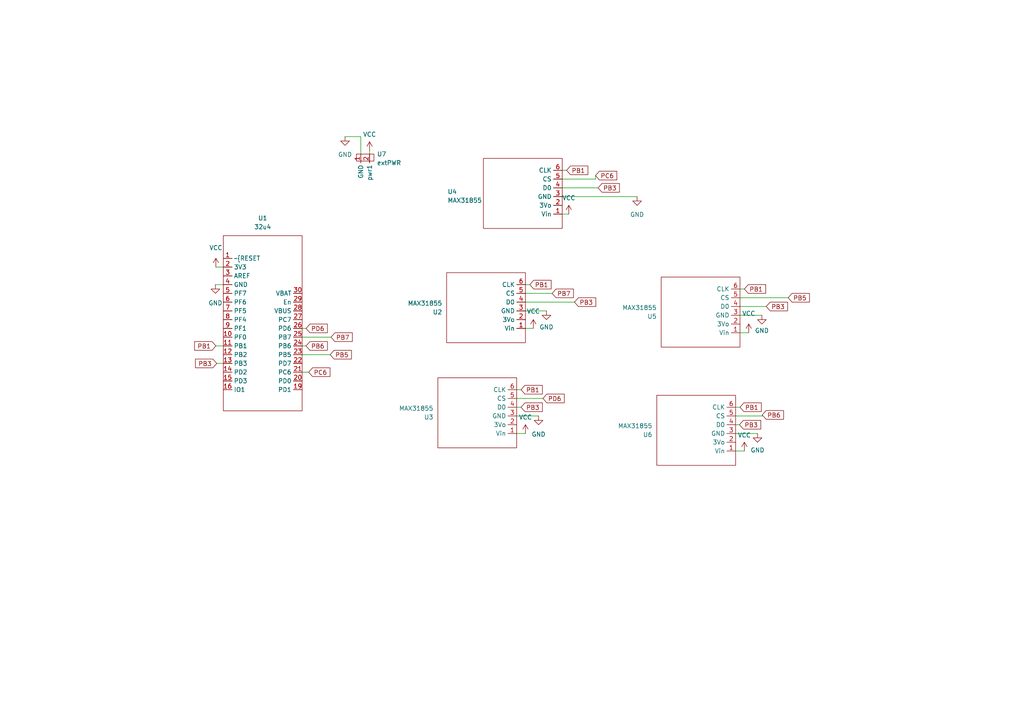
<source format=kicad_sch>
(kicad_sch (version 20211123) (generator eeschema)

  (uuid b7370ed9-81eb-4534-ab95-930f29a40c93)

  (paper "A4")

  (lib_symbols
    (symbol "New_Library_0:32u4" (in_bom yes) (on_board yes)
      (property "Reference" "U" (id 0) (at -10.16 26.67 0)
        (effects (font (size 1.27 1.27)))
      )
      (property "Value" "32u4" (id 1) (at 8.89 -27.305 0)
        (effects (font (size 1.27 1.27)))
      )
      (property "Footprint" "" (id 2) (at -9.525 20.32 0)
        (effects (font (size 1.27 1.27)) hide)
      )
      (property "Datasheet" "" (id 3) (at -9.525 20.32 0)
        (effects (font (size 1.27 1.27)) hide)
      )
      (symbol "32u4_0_1"
        (rectangle (start -11.43 25.4) (end 11.43 -25.4)
          (stroke (width 0) (type default) (color 0 0 0 0))
          (fill (type none))
        )
      )
      (symbol "32u4_1_1"
        (pin input line (at -11.43 18.825 0) (length 2.54)
          (name "~{RESET" (effects (font (size 1.27 1.27))))
          (number "1" (effects (font (size 1.27 1.27))))
        )
        (pin input line (at -11.43 -4.035 0) (length 2.54)
          (name "PF0" (effects (font (size 1.27 1.27))))
          (number "10" (effects (font (size 1.27 1.27))))
        )
        (pin input line (at -11.43 -6.575 0) (length 2.54)
          (name "PB1" (effects (font (size 1.27 1.27))))
          (number "11" (effects (font (size 1.27 1.27))))
        )
        (pin input line (at -11.43 -9.115 0) (length 2.54)
          (name "PB2" (effects (font (size 1.27 1.27))))
          (number "12" (effects (font (size 1.27 1.27))))
        )
        (pin input line (at -11.43 -11.655 0) (length 2.54)
          (name "PB3" (effects (font (size 1.27 1.27))))
          (number "13" (effects (font (size 1.27 1.27))))
        )
        (pin input line (at -11.43 -14.195 0) (length 2.54)
          (name "PD2" (effects (font (size 1.27 1.27))))
          (number "14" (effects (font (size 1.27 1.27))))
        )
        (pin input line (at -11.43 -16.735 0) (length 2.54)
          (name "PD3" (effects (font (size 1.27 1.27))))
          (number "15" (effects (font (size 1.27 1.27))))
        )
        (pin input line (at -11.43 -19.275 0) (length 2.54)
          (name "IO1" (effects (font (size 1.27 1.27))))
          (number "16" (effects (font (size 1.27 1.27))))
        )
        (pin input line (at 11.43 -19.275 180) (length 2.54)
          (name "PD1" (effects (font (size 1.27 1.27))))
          (number "19" (effects (font (size 1.27 1.27))))
        )
        (pin input line (at -11.43 16.285 0) (length 2.54)
          (name "3V3" (effects (font (size 1.27 1.27))))
          (number "2" (effects (font (size 1.27 1.27))))
        )
        (pin input line (at 11.43 -16.735 180) (length 2.54)
          (name "PD0" (effects (font (size 1.27 1.27))))
          (number "20" (effects (font (size 1.27 1.27))))
        )
        (pin input line (at 11.43 -14.195 180) (length 2.54)
          (name "PC6" (effects (font (size 1.27 1.27))))
          (number "21" (effects (font (size 1.27 1.27))))
        )
        (pin input line (at 11.43 -11.655 180) (length 2.54)
          (name "PD7" (effects (font (size 1.27 1.27))))
          (number "22" (effects (font (size 1.27 1.27))))
        )
        (pin input line (at 11.43 -9.115 180) (length 2.54)
          (name "PB5" (effects (font (size 1.27 1.27))))
          (number "23" (effects (font (size 1.27 1.27))))
        )
        (pin input line (at 11.43 -6.575 180) (length 2.54)
          (name "PB6" (effects (font (size 1.27 1.27))))
          (number "24" (effects (font (size 1.27 1.27))))
        )
        (pin input line (at 11.43 -4.035 180) (length 2.54)
          (name "PB7" (effects (font (size 1.27 1.27))))
          (number "25" (effects (font (size 1.27 1.27))))
        )
        (pin input line (at 11.43 -1.495 180) (length 2.54)
          (name "PD6" (effects (font (size 1.27 1.27))))
          (number "26" (effects (font (size 1.27 1.27))))
        )
        (pin input line (at 11.43 1.045 180) (length 2.54)
          (name "PC7" (effects (font (size 1.27 1.27))))
          (number "27" (effects (font (size 1.27 1.27))))
        )
        (pin input line (at 11.43 3.585 180) (length 2.54)
          (name "VBUS" (effects (font (size 1.27 1.27))))
          (number "28" (effects (font (size 1.27 1.27))))
        )
        (pin input line (at 11.43 6.125 180) (length 2.54)
          (name "En" (effects (font (size 1.27 1.27))))
          (number "29" (effects (font (size 1.27 1.27))))
        )
        (pin input line (at -11.43 13.745 0) (length 2.54)
          (name "AREF" (effects (font (size 1.27 1.27))))
          (number "3" (effects (font (size 1.27 1.27))))
        )
        (pin input line (at 11.43 8.665 180) (length 2.54)
          (name "VBAT" (effects (font (size 1.27 1.27))))
          (number "30" (effects (font (size 1.27 1.27))))
        )
        (pin input line (at -11.43 11.205 0) (length 2.54)
          (name "GND" (effects (font (size 1.27 1.27))))
          (number "4" (effects (font (size 1.27 1.27))))
        )
        (pin input line (at -11.43 8.665 0) (length 2.54)
          (name "PF7" (effects (font (size 1.27 1.27))))
          (number "5" (effects (font (size 1.27 1.27))))
        )
        (pin input line (at -11.43 6.125 0) (length 2.54)
          (name "PF6" (effects (font (size 1.27 1.27))))
          (number "6" (effects (font (size 1.27 1.27))))
        )
        (pin input line (at -11.43 3.585 0) (length 2.54)
          (name "PF5" (effects (font (size 1.27 1.27))))
          (number "7" (effects (font (size 1.27 1.27))))
        )
        (pin input line (at -11.43 1.045 0) (length 2.54)
          (name "PF4" (effects (font (size 1.27 1.27))))
          (number "8" (effects (font (size 1.27 1.27))))
        )
        (pin input line (at -11.43 -1.495 0) (length 2.54)
          (name "PF1" (effects (font (size 1.27 1.27))))
          (number "9" (effects (font (size 1.27 1.27))))
        )
      )
    )
    (symbol "New_Library_0:MAX31855" (in_bom yes) (on_board yes)
      (property "Reference" "U" (id 0) (at -9.525 12.7 0)
        (effects (font (size 1.27 1.27)))
      )
      (property "Value" "MAX31855" (id 1) (at 5.08 12.7 0)
        (effects (font (size 1.27 1.27)))
      )
      (property "Footprint" "" (id 2) (at 0 0 0)
        (effects (font (size 1.27 1.27)) hide)
      )
      (property "Datasheet" "" (id 3) (at 0 0 0)
        (effects (font (size 1.27 1.27)) hide)
      )
      (symbol "MAX31855_0_1"
        (rectangle (start -10.16 11.43) (end 10.16 -11.43)
          (stroke (width 0) (type default) (color 0 0 0 0))
          (fill (type none))
        )
      )
      (symbol "MAX31855_1_1"
        (pin input line (at -6 -11.43 90) (length 2.54)
          (name "Vin" (effects (font (size 1.27 1.27))))
          (number "1" (effects (font (size 1.27 1.27))))
        )
        (pin input line (at -3.46 -11.43 90) (length 2.54)
          (name "3Vo" (effects (font (size 1.27 1.27))))
          (number "2" (effects (font (size 1.27 1.27))))
        )
        (pin input line (at -0.92 -11.43 90) (length 2.54)
          (name "GND" (effects (font (size 1.27 1.27))))
          (number "3" (effects (font (size 1.27 1.27))))
        )
        (pin input line (at 1.62 -11.43 90) (length 2.54)
          (name "D0" (effects (font (size 1.27 1.27))))
          (number "4" (effects (font (size 1.27 1.27))))
        )
        (pin input line (at 4.16 -11.43 90) (length 2.54)
          (name "CS" (effects (font (size 1.27 1.27))))
          (number "5" (effects (font (size 1.27 1.27))))
        )
        (pin input line (at 6.7 -11.43 90) (length 2.54)
          (name "CLK" (effects (font (size 1.27 1.27))))
          (number "6" (effects (font (size 1.27 1.27))))
        )
      )
    )
    (symbol "New_Library_0:extPWR" (in_bom yes) (on_board yes)
      (property "Reference" "U" (id 0) (at 5.08 -3.556 0)
        (effects (font (size 1.27 1.27)))
      )
      (property "Value" "extPWR" (id 1) (at -7.366 1.524 0)
        (effects (font (size 1.27 1.27)))
      )
      (property "Footprint" "" (id 2) (at 5.08 -3.556 0)
        (effects (font (size 1.27 1.27)) hide)
      )
      (property "Datasheet" "" (id 3) (at 5.08 -3.556 0)
        (effects (font (size 1.27 1.27)) hide)
      )
      (symbol "extPWR_0_1"
        (rectangle (start -2.54 1.016) (end 2.54 -1.016)
          (stroke (width 0) (type default) (color 0 0 0 0))
          (fill (type none))
        )
      )
      (symbol "extPWR_1_1"
        (pin input line (at 1.27 -1 90) (length 2.54)
          (name "GND" (effects (font (size 1.27 1.27))))
          (number "1" (effects (font (size 1.27 1.27))))
        )
        (pin input line (at -1.27 -1 90) (length 2.54)
          (name "pwr1" (effects (font (size 1.27 1.27))))
          (number "2" (effects (font (size 1.27 1.27))))
        )
      )
    )
    (symbol "power:GND" (power) (pin_names (offset 0)) (in_bom yes) (on_board yes)
      (property "Reference" "#PWR" (id 0) (at 0 -6.35 0)
        (effects (font (size 1.27 1.27)) hide)
      )
      (property "Value" "GND" (id 1) (at 0 -3.81 0)
        (effects (font (size 1.27 1.27)))
      )
      (property "Footprint" "" (id 2) (at 0 0 0)
        (effects (font (size 1.27 1.27)) hide)
      )
      (property "Datasheet" "" (id 3) (at 0 0 0)
        (effects (font (size 1.27 1.27)) hide)
      )
      (property "ki_keywords" "power-flag" (id 4) (at 0 0 0)
        (effects (font (size 1.27 1.27)) hide)
      )
      (property "ki_description" "Power symbol creates a global label with name \"GND\" , ground" (id 5) (at 0 0 0)
        (effects (font (size 1.27 1.27)) hide)
      )
      (symbol "GND_0_1"
        (polyline
          (pts
            (xy 0 0)
            (xy 0 -1.27)
            (xy 1.27 -1.27)
            (xy 0 -2.54)
            (xy -1.27 -1.27)
            (xy 0 -1.27)
          )
          (stroke (width 0) (type default) (color 0 0 0 0))
          (fill (type none))
        )
      )
      (symbol "GND_1_1"
        (pin power_in line (at 0 0 270) (length 0) hide
          (name "GND" (effects (font (size 1.27 1.27))))
          (number "1" (effects (font (size 1.27 1.27))))
        )
      )
    )
    (symbol "power:VCC" (power) (pin_names (offset 0)) (in_bom yes) (on_board yes)
      (property "Reference" "#PWR" (id 0) (at 0 -3.81 0)
        (effects (font (size 1.27 1.27)) hide)
      )
      (property "Value" "VCC" (id 1) (at 0 3.81 0)
        (effects (font (size 1.27 1.27)))
      )
      (property "Footprint" "" (id 2) (at 0 0 0)
        (effects (font (size 1.27 1.27)) hide)
      )
      (property "Datasheet" "" (id 3) (at 0 0 0)
        (effects (font (size 1.27 1.27)) hide)
      )
      (property "ki_keywords" "power-flag" (id 4) (at 0 0 0)
        (effects (font (size 1.27 1.27)) hide)
      )
      (property "ki_description" "Power symbol creates a global label with name \"VCC\"" (id 5) (at 0 0 0)
        (effects (font (size 1.27 1.27)) hide)
      )
      (symbol "VCC_0_1"
        (polyline
          (pts
            (xy -0.762 1.27)
            (xy 0 2.54)
          )
          (stroke (width 0) (type default) (color 0 0 0 0))
          (fill (type none))
        )
        (polyline
          (pts
            (xy 0 0)
            (xy 0 2.54)
          )
          (stroke (width 0) (type default) (color 0 0 0 0))
          (fill (type none))
        )
        (polyline
          (pts
            (xy 0 2.54)
            (xy 0.762 1.27)
          )
          (stroke (width 0) (type default) (color 0 0 0 0))
          (fill (type none))
        )
      )
      (symbol "VCC_1_1"
        (pin power_in line (at 0 0 90) (length 0) hide
          (name "VCC" (effects (font (size 1.27 1.27))))
          (number "1" (effects (font (size 1.27 1.27))))
        )
      )
    )
  )


  (wire (pts (xy 62.611 77.47) (xy 64.77 77.47))
    (stroke (width 0) (type default) (color 0 0 0 0))
    (uuid 00bfd04f-06bf-4872-8f1e-59856ae908d1)
  )
  (wire (pts (xy 152.4 90.17) (xy 158.496 90.17))
    (stroke (width 0) (type default) (color 0 0 0 0))
    (uuid 099f31e7-d70e-49d8-b6b1-16ab9ea8b627)
  )
  (wire (pts (xy 214.63 86.36) (xy 228.6 86.36))
    (stroke (width 0) (type default) (color 0 0 0 0))
    (uuid 0a895c26-6037-49c3-84e5-e65397cc9c9e)
  )
  (wire (pts (xy 214.63 88.9) (xy 222.25 88.9))
    (stroke (width 0) (type default) (color 0 0 0 0))
    (uuid 1cf8868b-8bc4-4573-9010-5f0eed641a85)
  )
  (wire (pts (xy 213.36 118.11) (xy 214.63 118.11))
    (stroke (width 0) (type default) (color 0 0 0 0))
    (uuid 23232d90-6eb6-49a9-8c5e-69bfae7385a5)
  )
  (wire (pts (xy 149.86 120.65) (xy 156.21 120.65))
    (stroke (width 0) (type default) (color 0 0 0 0))
    (uuid 333fc1fa-f449-4fbc-8681-ae1e1f9ba9e8)
  )
  (wire (pts (xy 163.068 62.103) (xy 164.973 62.103))
    (stroke (width 0) (type default) (color 0 0 0 0))
    (uuid 358bdcf8-7a0b-4824-902f-44af1c52cc37)
  )
  (wire (pts (xy 104.648 44.704) (xy 104.648 39.624))
    (stroke (width 0) (type default) (color 0 0 0 0))
    (uuid 38fcef5f-9c70-473c-a520-f2171e201a2b)
  )
  (wire (pts (xy 214.63 96.52) (xy 217.17 96.52))
    (stroke (width 0) (type default) (color 0 0 0 0))
    (uuid 3fb0fd3b-ebc8-478e-986c-ba6c0d92a419)
  )
  (wire (pts (xy 213.36 130.81) (xy 215.9 130.81))
    (stroke (width 0) (type default) (color 0 0 0 0))
    (uuid 420b65f4-051a-4c52-8e22-f8fe72bad243)
  )
  (wire (pts (xy 62.484 82.55) (xy 64.77 82.55))
    (stroke (width 0) (type default) (color 0 0 0 0))
    (uuid 47f4f7c9-f425-4090-ad02-7aceb880622f)
  )
  (wire (pts (xy 172.72 51.943) (xy 172.72 50.927))
    (stroke (width 0) (type default) (color 0 0 0 0))
    (uuid 55daa589-9a9e-412a-80c2-ca9e2f794e2e)
  )
  (wire (pts (xy 163.068 54.483) (xy 173.482 54.483))
    (stroke (width 0) (type default) (color 0 0 0 0))
    (uuid 61da6c6d-883d-4ce0-ba43-24c021989426)
  )
  (wire (pts (xy 152.4 87.63) (xy 166.624 87.63))
    (stroke (width 0) (type default) (color 0 0 0 0))
    (uuid 6443b78d-bac5-4972-a18c-2c0a5543a57c)
  )
  (wire (pts (xy 149.86 113.03) (xy 151.13 113.03))
    (stroke (width 0) (type default) (color 0 0 0 0))
    (uuid 649a87ea-a410-4328-815e-c0e11183e194)
  )
  (wire (pts (xy 62.865 105.41) (xy 64.77 105.41))
    (stroke (width 0) (type default) (color 0 0 0 0))
    (uuid 65dc3695-b366-4d8f-a42e-f6546ce0ac30)
  )
  (wire (pts (xy 152.4 95.25) (xy 154.686 95.25))
    (stroke (width 0) (type default) (color 0 0 0 0))
    (uuid 6cf91bdd-9061-47c0-866e-f77d72700f9a)
  )
  (wire (pts (xy 152.4 85.09) (xy 160.147 85.09))
    (stroke (width 0) (type default) (color 0 0 0 0))
    (uuid 78bf0ce3-8e45-4016-92b0-bce43a4413be)
  )
  (wire (pts (xy 149.86 118.11) (xy 151.13 118.11))
    (stroke (width 0) (type default) (color 0 0 0 0))
    (uuid 79ff86b9-7ad9-4d2f-8962-f5908f9629c6)
  )
  (wire (pts (xy 87.63 102.87) (xy 95.758 102.87))
    (stroke (width 0) (type default) (color 0 0 0 0))
    (uuid 7b40a957-1001-481e-a656-ee105031b2fb)
  )
  (wire (pts (xy 213.36 125.73) (xy 219.71 125.73))
    (stroke (width 0) (type default) (color 0 0 0 0))
    (uuid 83a4bec7-b533-4274-a85e-d9912a945a28)
  )
  (wire (pts (xy 164.338 49.403) (xy 163.068 49.403))
    (stroke (width 0) (type default) (color 0 0 0 0))
    (uuid 934fad4f-9171-4fe4-b4d4-139f977ee81c)
  )
  (wire (pts (xy 107.188 43.688) (xy 107.188 44.704))
    (stroke (width 0) (type default) (color 0 0 0 0))
    (uuid 96ed6fdf-8519-41fd-b924-a0b1c6123caf)
  )
  (wire (pts (xy 213.36 123.19) (xy 214.4776 123.19))
    (stroke (width 0) (type default) (color 0 0 0 0))
    (uuid 981f795e-72f2-4e26-a94b-b7a12a0e03bc)
  )
  (wire (pts (xy 214.63 91.44) (xy 220.98 91.44))
    (stroke (width 0) (type default) (color 0 0 0 0))
    (uuid 9b7d3eca-5d66-4267-adcf-0e95f102ce11)
  )
  (wire (pts (xy 62.611 100.33) (xy 64.77 100.33))
    (stroke (width 0) (type default) (color 0 0 0 0))
    (uuid 9ca474e3-ff0b-4b11-b8ae-712e1173b8c2)
  )
  (wire (pts (xy 214.63 83.82) (xy 215.9 83.82))
    (stroke (width 0) (type default) (color 0 0 0 0))
    (uuid a6610140-ddc6-4f0e-ac51-880aebe5354d)
  )
  (wire (pts (xy 87.63 95.25) (xy 88.773 95.25))
    (stroke (width 0) (type default) (color 0 0 0 0))
    (uuid ac443f9c-51d7-4ebf-829f-509489e31af3)
  )
  (wire (pts (xy 149.86 125.73) (xy 152.4 125.73))
    (stroke (width 0) (type default) (color 0 0 0 0))
    (uuid b1ef1124-1dae-49bf-942b-e181629c58b8)
  )
  (wire (pts (xy 149.86 115.57) (xy 157.48 115.57))
    (stroke (width 0) (type default) (color 0 0 0 0))
    (uuid bf139db6-e3ee-4f12-88af-6e78d84f47ec)
  )
  (wire (pts (xy 163.068 57.023) (xy 184.785 57.023))
    (stroke (width 0) (type default) (color 0 0 0 0))
    (uuid c2d0ddd3-afb3-4a17-84f8-6acbeee007c2)
  )
  (wire (pts (xy 87.63 100.33) (xy 88.773 100.33))
    (stroke (width 0) (type default) (color 0 0 0 0))
    (uuid cf585731-c763-4f56-92cb-3224f6adbdb3)
  )
  (wire (pts (xy 104.648 39.624) (xy 100.076 39.624))
    (stroke (width 0) (type default) (color 0 0 0 0))
    (uuid d36a7a0e-cbd6-4a05-ad68-aa963240f931)
  )
  (wire (pts (xy 221.0816 120.65) (xy 221.0816 120.3452))
    (stroke (width 0) (type default) (color 0 0 0 0))
    (uuid d624950a-b94a-4825-b9e9-a8c837a427aa)
  )
  (wire (pts (xy 152.4 82.55) (xy 153.67 82.55))
    (stroke (width 0) (type default) (color 0 0 0 0))
    (uuid deed0757-550c-4e84-a013-0a5147c079dc)
  )
  (wire (pts (xy 213.36 120.65) (xy 221.0816 120.65))
    (stroke (width 0) (type default) (color 0 0 0 0))
    (uuid e2d81289-aef2-4f7b-9bf9-50a7bcd52db2)
  )
  (wire (pts (xy 87.63 107.95) (xy 89.535 107.95))
    (stroke (width 0) (type default) (color 0 0 0 0))
    (uuid f01f4c75-f068-4620-a9d4-b81a4efc9346)
  )
  (wire (pts (xy 163.068 51.943) (xy 172.72 51.943))
    (stroke (width 0) (type default) (color 0 0 0 0))
    (uuid f17159ee-da82-43c1-8bf3-3514f42bd356)
  )
  (wire (pts (xy 87.63 97.79) (xy 96.012 97.79))
    (stroke (width 0) (type default) (color 0 0 0 0))
    (uuid ff7b05c2-86ec-4b42-b773-12db38b6bf0b)
  )

  (global_label "PB1" (shape input) (at 151.13 113.03 0) (fields_autoplaced)
    (effects (font (size 1.27 1.27)) (justify left))
    (uuid 2452df6c-ad06-4819-a266-6f2f64a2cad7)
    (property "Intersheet References" "${INTERSHEET_REFS}" (id 0) (at 157.2926 113.1094 0)
      (effects (font (size 1.27 1.27)) (justify left) hide)
    )
  )
  (global_label "PB7" (shape input) (at 160.147 85.09 0) (fields_autoplaced)
    (effects (font (size 1.27 1.27)) (justify left))
    (uuid 293b7e3c-51e1-4c46-bc7c-d5eac7a84402)
    (property "Intersheet References" "${INTERSHEET_REFS}" (id 0) (at 166.3096 85.0106 0)
      (effects (font (size 1.27 1.27)) (justify left) hide)
    )
  )
  (global_label "PB1" (shape input) (at 215.9 83.82 0) (fields_autoplaced)
    (effects (font (size 1.27 1.27)) (justify left))
    (uuid 36b65f30-7653-4d4c-af25-97ec1029dfb3)
    (property "Intersheet References" "${INTERSHEET_REFS}" (id 0) (at 222.0626 83.8994 0)
      (effects (font (size 1.27 1.27)) (justify left) hide)
    )
  )
  (global_label "PB1" (shape input) (at 62.611 100.33 180) (fields_autoplaced)
    (effects (font (size 1.27 1.27)) (justify right))
    (uuid 52331ae2-a649-4b8d-a5d5-7bd1d508ce8c)
    (property "Intersheet References" "${INTERSHEET_REFS}" (id 0) (at 56.4484 100.2506 0)
      (effects (font (size 1.27 1.27)) (justify right) hide)
    )
  )
  (global_label "PB3" (shape input) (at 62.865 105.41 180) (fields_autoplaced)
    (effects (font (size 1.27 1.27)) (justify right))
    (uuid 69d2aa2f-35a7-4535-a18b-d623223ba653)
    (property "Intersheet References" "${INTERSHEET_REFS}" (id 0) (at 56.7024 105.3306 0)
      (effects (font (size 1.27 1.27)) (justify right) hide)
    )
  )
  (global_label "PB5" (shape input) (at 95.758 102.87 0) (fields_autoplaced)
    (effects (font (size 1.27 1.27)) (justify left))
    (uuid 6fc5bbcc-a3c7-4aca-a82f-10075f6e8c56)
    (property "Intersheet References" "${INTERSHEET_REFS}" (id 0) (at 101.9206 102.7906 0)
      (effects (font (size 1.27 1.27)) (justify left) hide)
    )
  )
  (global_label "PC6" (shape input) (at 89.535 107.95 0) (fields_autoplaced)
    (effects (font (size 1.27 1.27)) (justify left))
    (uuid 7b985459-ccaa-4dd0-94b6-dbef696681bf)
    (property "Intersheet References" "${INTERSHEET_REFS}" (id 0) (at 95.6976 107.8706 0)
      (effects (font (size 1.27 1.27)) (justify left) hide)
    )
  )
  (global_label "PB1" (shape input) (at 153.67 82.55 0) (fields_autoplaced)
    (effects (font (size 1.27 1.27)) (justify left))
    (uuid 7c3bc5aa-ce7c-4425-adc4-1f21082f1e64)
    (property "Intersheet References" "${INTERSHEET_REFS}" (id 0) (at 159.8326 82.6294 0)
      (effects (font (size 1.27 1.27)) (justify left) hide)
    )
  )
  (global_label "PB1" (shape input) (at 164.338 49.403 0) (fields_autoplaced)
    (effects (font (size 1.27 1.27)) (justify left))
    (uuid 813ceb3f-a59a-4fc6-8c3f-6fc0bbebd5e3)
    (property "Intersheet References" "${INTERSHEET_REFS}" (id 0) (at 170.5006 49.4824 0)
      (effects (font (size 1.27 1.27)) (justify left) hide)
    )
  )
  (global_label "PB6" (shape input) (at 88.773 100.33 0) (fields_autoplaced)
    (effects (font (size 1.27 1.27)) (justify left))
    (uuid 83ee47eb-d137-4726-9cb0-b4c68fc3f4e5)
    (property "Intersheet References" "${INTERSHEET_REFS}" (id 0) (at 94.9356 100.2506 0)
      (effects (font (size 1.27 1.27)) (justify left) hide)
    )
  )
  (global_label "PB5" (shape input) (at 228.6 86.36 0) (fields_autoplaced)
    (effects (font (size 1.27 1.27)) (justify left))
    (uuid 8980c9d5-db22-4e0a-8010-6585ad074ca3)
    (property "Intersheet References" "${INTERSHEET_REFS}" (id 0) (at 234.7626 86.2806 0)
      (effects (font (size 1.27 1.27)) (justify left) hide)
    )
  )
  (global_label "PB7" (shape input) (at 96.012 97.79 0) (fields_autoplaced)
    (effects (font (size 1.27 1.27)) (justify left))
    (uuid 8fbe25db-a45f-4717-879e-ba0835f49c9f)
    (property "Intersheet References" "${INTERSHEET_REFS}" (id 0) (at 102.1746 97.7106 0)
      (effects (font (size 1.27 1.27)) (justify left) hide)
    )
  )
  (global_label "PD6" (shape input) (at 88.773 95.25 0) (fields_autoplaced)
    (effects (font (size 1.27 1.27)) (justify left))
    (uuid 99969c58-d7c8-42be-8d7f-3d33657ed5df)
    (property "Intersheet References" "${INTERSHEET_REFS}" (id 0) (at 94.9356 95.1706 0)
      (effects (font (size 1.27 1.27)) (justify left) hide)
    )
  )
  (global_label "PB1" (shape input) (at 214.63 118.11 0) (fields_autoplaced)
    (effects (font (size 1.27 1.27)) (justify left))
    (uuid a6ae6e72-14a9-434e-83bd-10ed4d360de1)
    (property "Intersheet References" "${INTERSHEET_REFS}" (id 0) (at 220.7926 118.1894 0)
      (effects (font (size 1.27 1.27)) (justify left) hide)
    )
  )
  (global_label "PB3" (shape input) (at 173.482 54.483 0) (fields_autoplaced)
    (effects (font (size 1.27 1.27)) (justify left))
    (uuid ac88ee8e-f6a8-4bb4-a942-d948a640339d)
    (property "Intersheet References" "${INTERSHEET_REFS}" (id 0) (at 179.6446 54.5624 0)
      (effects (font (size 1.27 1.27)) (justify left) hide)
    )
  )
  (global_label "PD6" (shape input) (at 157.48 115.57 0) (fields_autoplaced)
    (effects (font (size 1.27 1.27)) (justify left))
    (uuid bbd94442-0d26-4f68-be2d-8c739154d4e0)
    (property "Intersheet References" "${INTERSHEET_REFS}" (id 0) (at 163.6426 115.4906 0)
      (effects (font (size 1.27 1.27)) (justify left) hide)
    )
  )
  (global_label "PB6" (shape input) (at 221.0816 120.3452 0) (fields_autoplaced)
    (effects (font (size 1.27 1.27)) (justify left))
    (uuid c8c336e3-7910-436d-a9f9-8c7982bc00c9)
    (property "Intersheet References" "${INTERSHEET_REFS}" (id 0) (at 227.2442 120.2658 0)
      (effects (font (size 1.27 1.27)) (justify left) hide)
    )
  )
  (global_label "PB3" (shape input) (at 151.13 118.11 0) (fields_autoplaced)
    (effects (font (size 1.27 1.27)) (justify left))
    (uuid cee4897d-273c-4ad9-baa0-d4f92728af48)
    (property "Intersheet References" "${INTERSHEET_REFS}" (id 0) (at 157.2926 118.1894 0)
      (effects (font (size 1.27 1.27)) (justify left) hide)
    )
  )
  (global_label "PB3" (shape input) (at 222.25 88.9 0) (fields_autoplaced)
    (effects (font (size 1.27 1.27)) (justify left))
    (uuid d96b717f-bd54-4183-9505-65f93975ce66)
    (property "Intersheet References" "${INTERSHEET_REFS}" (id 0) (at 228.4126 88.9794 0)
      (effects (font (size 1.27 1.27)) (justify left) hide)
    )
  )
  (global_label "PB3" (shape input) (at 214.4776 123.19 0) (fields_autoplaced)
    (effects (font (size 1.27 1.27)) (justify left))
    (uuid ef223a41-09d7-490c-8c85-5ad9f539e543)
    (property "Intersheet References" "${INTERSHEET_REFS}" (id 0) (at 220.6402 123.2694 0)
      (effects (font (size 1.27 1.27)) (justify left) hide)
    )
  )
  (global_label "PC6" (shape input) (at 172.72 50.927 0) (fields_autoplaced)
    (effects (font (size 1.27 1.27)) (justify left))
    (uuid f1c18374-181a-421c-ae4a-d6d190d15d7c)
    (property "Intersheet References" "${INTERSHEET_REFS}" (id 0) (at 178.8826 50.8476 0)
      (effects (font (size 1.27 1.27)) (justify left) hide)
    )
  )
  (global_label "PB3" (shape input) (at 166.624 87.63 0) (fields_autoplaced)
    (effects (font (size 1.27 1.27)) (justify left))
    (uuid faba91b6-e5ff-401f-98a2-4cb44523191c)
    (property "Intersheet References" "${INTERSHEET_REFS}" (id 0) (at 172.7866 87.7094 0)
      (effects (font (size 1.27 1.27)) (justify left) hide)
    )
  )

  (symbol (lib_id "power:VCC") (at 152.4 125.73 0) (unit 1)
    (in_bom yes) (on_board yes) (fields_autoplaced)
    (uuid 1dabe15b-9579-4c53-8648-151670444f2f)
    (property "Reference" "#PWR06" (id 0) (at 152.4 129.54 0)
      (effects (font (size 1.27 1.27)) hide)
    )
    (property "Value" "VCC" (id 1) (at 152.4 121.031 0))
    (property "Footprint" "" (id 2) (at 152.4 125.73 0)
      (effects (font (size 1.27 1.27)) hide)
    )
    (property "Datasheet" "" (id 3) (at 152.4 125.73 0)
      (effects (font (size 1.27 1.27)) hide)
    )
    (pin "1" (uuid a82fe7dd-5d8a-4fb2-b0a1-82f29d9e1e7e))
  )

  (symbol (lib_id "power:GND") (at 156.21 120.65 0) (unit 1)
    (in_bom yes) (on_board yes) (fields_autoplaced)
    (uuid 2147ed10-10d3-4476-ac4b-0f117afbd209)
    (property "Reference" "#PWR03" (id 0) (at 156.21 127 0)
      (effects (font (size 1.27 1.27)) hide)
    )
    (property "Value" "GND" (id 1) (at 156.21 125.984 0))
    (property "Footprint" "" (id 2) (at 156.21 120.65 0)
      (effects (font (size 1.27 1.27)) hide)
    )
    (property "Datasheet" "" (id 3) (at 156.21 120.65 0)
      (effects (font (size 1.27 1.27)) hide)
    )
    (pin "1" (uuid f5a83c90-a4ca-4c24-befa-5d98f0f52797))
  )

  (symbol (lib_id "New_Library_0:MAX31855") (at 201.93 124.81 90) (unit 1)
    (in_bom yes) (on_board yes) (fields_autoplaced)
    (uuid 2b3832e7-f3c9-4def-9b3b-56273011c2af)
    (property "Reference" "U6" (id 0) (at 189.23 126.0801 90)
      (effects (font (size 1.27 1.27)) (justify left))
    )
    (property "Value" "MAX31855" (id 1) (at 189.23 123.5401 90)
      (effects (font (size 1.27 1.27)) (justify left))
    )
    (property "Footprint" "thermo:MAX31855" (id 2) (at 201.93 124.81 0)
      (effects (font (size 1.27 1.27)) hide)
    )
    (property "Datasheet" "" (id 3) (at 201.93 124.81 0)
      (effects (font (size 1.27 1.27)) hide)
    )
    (pin "1" (uuid a97ef159-d779-4a47-90e9-4ab79d7cafe9))
    (pin "2" (uuid aaffaa45-0391-4705-9093-25e7fb202712))
    (pin "3" (uuid 511012ed-3c3c-407d-bc69-40e48bd552b6))
    (pin "4" (uuid 5acc5f35-c40f-457b-847e-efe95f37743c))
    (pin "5" (uuid 42d51dad-b549-45af-b30f-b95e7dfea040))
    (pin "6" (uuid b4a9c304-aba1-475b-8232-86167f56f866))
  )

  (symbol (lib_id "power:VCC") (at 217.17 96.52 0) (unit 1)
    (in_bom yes) (on_board yes) (fields_autoplaced)
    (uuid 3a650da1-78d5-497e-bb17-0ce57ad9d220)
    (property "Reference" "#PWR011" (id 0) (at 217.17 100.33 0)
      (effects (font (size 1.27 1.27)) hide)
    )
    (property "Value" "VCC" (id 1) (at 217.17 90.932 0))
    (property "Footprint" "" (id 2) (at 217.17 96.52 0)
      (effects (font (size 1.27 1.27)) hide)
    )
    (property "Datasheet" "" (id 3) (at 217.17 96.52 0)
      (effects (font (size 1.27 1.27)) hide)
    )
    (pin "1" (uuid 5f36d812-56ca-423f-a8e6-ba03ff7d2f7d))
  )

  (symbol (lib_id "New_Library_0:MAX31855") (at 151.638 56.103 90) (unit 1)
    (in_bom yes) (on_board yes)
    (uuid 406573b1-358a-4df0-b875-dac93ce55ecb)
    (property "Reference" "U4" (id 0) (at 129.794 55.595 90)
      (effects (font (size 1.27 1.27)) (justify right))
    )
    (property "Value" "MAX31855" (id 1) (at 129.794 58.135 90)
      (effects (font (size 1.27 1.27)) (justify right))
    )
    (property "Footprint" "thermo:MAX31855" (id 2) (at 151.638 56.103 0)
      (effects (font (size 1.27 1.27)) hide)
    )
    (property "Datasheet" "" (id 3) (at 151.638 56.103 0)
      (effects (font (size 1.27 1.27)) hide)
    )
    (pin "1" (uuid 8f4c44b3-5ab7-4972-993d-e64523a18e26))
    (pin "2" (uuid b9a133a0-bd86-421e-a55e-9929d03b10e1))
    (pin "3" (uuid a6a3923e-40c7-4582-808e-dc01d117b246))
    (pin "4" (uuid ff7a869c-e589-49f0-9166-273ab293a8bd))
    (pin "5" (uuid 04b9c469-cbef-4777-9c7a-ba5f69ac1132))
    (pin "6" (uuid 9b751d36-6264-4f57-8966-ae212021a513))
  )

  (symbol (lib_id "power:GND") (at 100.076 39.624 0) (unit 1)
    (in_bom yes) (on_board yes) (fields_autoplaced)
    (uuid 4801cc66-a7a7-4160-9fc4-1929af3d6453)
    (property "Reference" "#PWR013" (id 0) (at 100.076 45.974 0)
      (effects (font (size 1.27 1.27)) hide)
    )
    (property "Value" "GND" (id 1) (at 100.076 44.831 0))
    (property "Footprint" "" (id 2) (at 100.076 39.624 0)
      (effects (font (size 1.27 1.27)) hide)
    )
    (property "Datasheet" "" (id 3) (at 100.076 39.624 0)
      (effects (font (size 1.27 1.27)) hide)
    )
    (pin "1" (uuid a78bd315-c085-46b2-b4bc-b1f8e53e5a0f))
  )

  (symbol (lib_id "power:GND") (at 220.98 91.44 0) (unit 1)
    (in_bom yes) (on_board yes) (fields_autoplaced)
    (uuid 4d754052-8919-4af7-abc7-1944db3b4c9d)
    (property "Reference" "#PWR010" (id 0) (at 220.98 97.79 0)
      (effects (font (size 1.27 1.27)) hide)
    )
    (property "Value" "GND" (id 1) (at 220.98 95.885 0))
    (property "Footprint" "" (id 2) (at 220.98 91.44 0)
      (effects (font (size 1.27 1.27)) hide)
    )
    (property "Datasheet" "" (id 3) (at 220.98 91.44 0)
      (effects (font (size 1.27 1.27)) hide)
    )
    (pin "1" (uuid fe10c99a-9c56-4111-8450-4fe288599c36))
  )

  (symbol (lib_id "New_Library_0:MAX31855") (at 203.2 90.52 90) (unit 1)
    (in_bom yes) (on_board yes) (fields_autoplaced)
    (uuid 5bef4a1e-fd79-4c30-b9ec-caff6e8fd6f4)
    (property "Reference" "U5" (id 0) (at 190.5 91.7901 90)
      (effects (font (size 1.27 1.27)) (justify left))
    )
    (property "Value" "MAX31855" (id 1) (at 190.5 89.2501 90)
      (effects (font (size 1.27 1.27)) (justify left))
    )
    (property "Footprint" "thermo:MAX31855" (id 2) (at 203.2 90.52 0)
      (effects (font (size 1.27 1.27)) hide)
    )
    (property "Datasheet" "" (id 3) (at 203.2 90.52 0)
      (effects (font (size 1.27 1.27)) hide)
    )
    (pin "1" (uuid e1cfcff3-4deb-41c8-8738-db1b2ed5e96e))
    (pin "2" (uuid def3e67b-6b64-49ab-ab24-05644e005f39))
    (pin "3" (uuid 0bf6a20e-f677-41f8-9134-fd0cad13c48a))
    (pin "4" (uuid 940d7d0a-46d6-4312-9f30-252ebeb87632))
    (pin "5" (uuid 0076d025-f39d-4c18-a213-57148e29f121))
    (pin "6" (uuid b3860bdf-7734-4051-90e4-f23b2c641bae))
  )

  (symbol (lib_id "power:VCC") (at 164.973 62.103 0) (unit 1)
    (in_bom yes) (on_board yes) (fields_autoplaced)
    (uuid 6869e8dd-c8f2-42c4-8652-0408795f0e2a)
    (property "Reference" "#PWR08" (id 0) (at 164.973 65.913 0)
      (effects (font (size 1.27 1.27)) hide)
    )
    (property "Value" "VCC" (id 1) (at 164.973 57.404 0))
    (property "Footprint" "" (id 2) (at 164.973 62.103 0)
      (effects (font (size 1.27 1.27)) hide)
    )
    (property "Datasheet" "" (id 3) (at 164.973 62.103 0)
      (effects (font (size 1.27 1.27)) hide)
    )
    (pin "1" (uuid ad8fb680-02ae-4ea0-8ddc-238084274ee0))
  )

  (symbol (lib_id "New_Library_0:MAX31855") (at 140.97 89.25 90) (unit 1)
    (in_bom yes) (on_board yes) (fields_autoplaced)
    (uuid 751e46fc-2f37-4ecb-adee-5c9a52b998d0)
    (property "Reference" "U2" (id 0) (at 128.27 90.5201 90)
      (effects (font (size 1.27 1.27)) (justify left))
    )
    (property "Value" "MAX31855" (id 1) (at 128.27 87.9801 90)
      (effects (font (size 1.27 1.27)) (justify left))
    )
    (property "Footprint" "thermo:MAX31855" (id 2) (at 140.97 89.25 0)
      (effects (font (size 1.27 1.27)) hide)
    )
    (property "Datasheet" "" (id 3) (at 140.97 89.25 0)
      (effects (font (size 1.27 1.27)) hide)
    )
    (pin "1" (uuid c019a7ce-205d-4e9e-a8b7-4407a2fdb723))
    (pin "2" (uuid 97942e33-a412-4705-8792-9793bb21c8f4))
    (pin "3" (uuid d3055eef-7d79-4554-bdf0-5abde05e82b3))
    (pin "4" (uuid 68a01009-fa9c-48d9-8653-8270e0b412b6))
    (pin "5" (uuid e3e97834-f250-448b-9682-467c2a20fbba))
    (pin "6" (uuid 0a441dbf-cb97-466e-b48a-aad4bffb15be))
  )

  (symbol (lib_id "power:VCC") (at 62.611 77.47 0) (unit 1)
    (in_bom yes) (on_board yes) (fields_autoplaced)
    (uuid 8f732631-8003-4b88-b27f-18fe7fc95f1e)
    (property "Reference" "#PWR02" (id 0) (at 62.611 81.28 0)
      (effects (font (size 1.27 1.27)) hide)
    )
    (property "Value" "VCC" (id 1) (at 62.611 71.882 0))
    (property "Footprint" "" (id 2) (at 62.611 77.47 0)
      (effects (font (size 1.27 1.27)) hide)
    )
    (property "Datasheet" "" (id 3) (at 62.611 77.47 0)
      (effects (font (size 1.27 1.27)) hide)
    )
    (pin "1" (uuid 85ef3c4f-43bc-4c2e-9324-e4dc9952b10e))
  )

  (symbol (lib_id "power:GND") (at 184.785 57.023 0) (unit 1)
    (in_bom yes) (on_board yes) (fields_autoplaced)
    (uuid 8fee6ae5-6a13-4319-a6c7-4ff8fadc2414)
    (property "Reference" "#PWR07" (id 0) (at 184.785 63.373 0)
      (effects (font (size 1.27 1.27)) hide)
    )
    (property "Value" "GND" (id 1) (at 184.785 62.23 0))
    (property "Footprint" "" (id 2) (at 184.785 57.023 0)
      (effects (font (size 1.27 1.27)) hide)
    )
    (property "Datasheet" "" (id 3) (at 184.785 57.023 0)
      (effects (font (size 1.27 1.27)) hide)
    )
    (pin "1" (uuid 8ce91693-267c-4526-ab51-0457f057085a))
  )

  (symbol (lib_id "power:GND") (at 219.71 125.73 0) (unit 1)
    (in_bom yes) (on_board yes) (fields_autoplaced)
    (uuid 954cb567-fc2b-4b8d-918a-46eb7b1f43e2)
    (property "Reference" "#PWR09" (id 0) (at 219.71 132.08 0)
      (effects (font (size 1.27 1.27)) hide)
    )
    (property "Value" "GND" (id 1) (at 219.71 130.556 0))
    (property "Footprint" "" (id 2) (at 219.71 125.73 0)
      (effects (font (size 1.27 1.27)) hide)
    )
    (property "Datasheet" "" (id 3) (at 219.71 125.73 0)
      (effects (font (size 1.27 1.27)) hide)
    )
    (pin "1" (uuid 8c872ef3-cd1d-4b0d-96d3-51a74e92ff52))
  )

  (symbol (lib_id "New_Library_0:32u4") (at 76.2 93.755 0) (unit 1)
    (in_bom yes) (on_board yes) (fields_autoplaced)
    (uuid 9a816d7d-60b9-4863-bb5d-f1381936fc95)
    (property "Reference" "U1" (id 0) (at 76.2 63.275 0))
    (property "Value" "32u4" (id 1) (at 76.2 65.815 0))
    (property "Footprint" "thermo:32u4" (id 2) (at 66.675 73.435 0)
      (effects (font (size 1.27 1.27)) hide)
    )
    (property "Datasheet" "" (id 3) (at 66.675 73.435 0)
      (effects (font (size 1.27 1.27)) hide)
    )
    (pin "1" (uuid 0f3d3379-a71c-4ab1-9e8c-869861148e93))
    (pin "10" (uuid 45db94cc-b715-4c3f-a6f0-ace215a0e70c))
    (pin "11" (uuid f30b743e-a489-4502-aeaa-bd03f3941b2e))
    (pin "12" (uuid 32c62d21-2e54-499d-b02c-c72fe18b7547))
    (pin "13" (uuid 8d739aed-5fe8-4593-be02-36a30850fc52))
    (pin "14" (uuid a8100f7f-4051-465b-8ad0-12a0f280cf7a))
    (pin "15" (uuid f862a7a5-5de9-4f0f-b740-7a84c92de3c1))
    (pin "16" (uuid 84d09438-40cf-467d-8232-78951e895960))
    (pin "19" (uuid 95da243f-4e3e-43bd-b1d9-cecc1b4cd981))
    (pin "2" (uuid eec57b4c-e983-49e3-9d95-8c3d3bddf001))
    (pin "20" (uuid 8b3e04eb-eee8-41cb-8a7e-a89b41b3a953))
    (pin "21" (uuid cdd31dbc-ecf9-44aa-9d34-32cf30985035))
    (pin "22" (uuid 739bc551-142a-49ac-8b2c-898d9613fb01))
    (pin "23" (uuid 1ba322e1-13c2-49cd-8cbe-522dd8795bee))
    (pin "24" (uuid a6550ebe-2bc0-4e8f-964a-5a95e38d63f4))
    (pin "25" (uuid c2266eb6-d0f9-4b51-81a3-9084f4062de3))
    (pin "26" (uuid 83849fa0-d9d4-42f4-b646-60a3e84e83ca))
    (pin "27" (uuid c5b9d294-7871-414d-828e-9ad651048b03))
    (pin "28" (uuid 36927784-817f-48c0-b01b-375f4d3174b9))
    (pin "29" (uuid f51383dc-5530-437c-a258-c476833bcd44))
    (pin "3" (uuid a65bc727-7572-4e81-b766-55e397429f18))
    (pin "30" (uuid 9a3c23d5-921a-48b2-b5a9-a6828d60698e))
    (pin "4" (uuid f62efc44-1ca0-4f0e-b85a-2b5a73dddf02))
    (pin "5" (uuid ee82b532-6742-478a-ae60-ea26f16dcfef))
    (pin "6" (uuid d41dcfeb-5c90-4b3c-924c-f0794af074e0))
    (pin "7" (uuid ff460066-d2ea-41b1-b1db-daafe1b6454f))
    (pin "8" (uuid cdada992-1e31-4ebb-93bd-6c47640c7e6e))
    (pin "9" (uuid 6fd8de5e-458b-4e5a-9868-77059f83d0d1))
  )

  (symbol (lib_id "power:GND") (at 158.496 90.17 0) (unit 1)
    (in_bom yes) (on_board yes) (fields_autoplaced)
    (uuid aac5ff4a-0e4e-4abd-950c-7111c38446c9)
    (property "Reference" "#PWR04" (id 0) (at 158.496 96.52 0)
      (effects (font (size 1.27 1.27)) hide)
    )
    (property "Value" "GND" (id 1) (at 158.496 94.869 0))
    (property "Footprint" "" (id 2) (at 158.496 90.17 0)
      (effects (font (size 1.27 1.27)) hide)
    )
    (property "Datasheet" "" (id 3) (at 158.496 90.17 0)
      (effects (font (size 1.27 1.27)) hide)
    )
    (pin "1" (uuid 0bc69c58-d590-446b-abd2-b9fcfe2b6b4d))
  )

  (symbol (lib_id "power:VCC") (at 107.188 43.688 0) (unit 1)
    (in_bom yes) (on_board yes) (fields_autoplaced)
    (uuid ac9934ff-feae-4bfb-b191-65911228a42b)
    (property "Reference" "#PWR014" (id 0) (at 107.188 47.498 0)
      (effects (font (size 1.27 1.27)) hide)
    )
    (property "Value" "VCC" (id 1) (at 107.188 38.989 0))
    (property "Footprint" "" (id 2) (at 107.188 43.688 0)
      (effects (font (size 1.27 1.27)) hide)
    )
    (property "Datasheet" "" (id 3) (at 107.188 43.688 0)
      (effects (font (size 1.27 1.27)) hide)
    )
    (pin "1" (uuid d249d621-a0ec-4fd6-8889-45dda9103032))
  )

  (symbol (lib_id "power:VCC") (at 215.9 130.81 0) (unit 1)
    (in_bom yes) (on_board yes) (fields_autoplaced)
    (uuid c49680c0-7222-4429-8955-505832a0c248)
    (property "Reference" "#PWR012" (id 0) (at 215.9 134.62 0)
      (effects (font (size 1.27 1.27)) hide)
    )
    (property "Value" "VCC" (id 1) (at 215.9 126.238 0))
    (property "Footprint" "" (id 2) (at 215.9 130.81 0)
      (effects (font (size 1.27 1.27)) hide)
    )
    (property "Datasheet" "" (id 3) (at 215.9 130.81 0)
      (effects (font (size 1.27 1.27)) hide)
    )
    (pin "1" (uuid 8a6d2598-977b-4468-8d33-c8140cfa76cd))
  )

  (symbol (lib_id "power:VCC") (at 154.686 95.25 0) (unit 1)
    (in_bom yes) (on_board yes) (fields_autoplaced)
    (uuid d2899fd2-1b96-4bb1-9327-201731d7e9a4)
    (property "Reference" "#PWR05" (id 0) (at 154.686 99.06 0)
      (effects (font (size 1.27 1.27)) hide)
    )
    (property "Value" "VCC" (id 1) (at 154.686 90.297 0))
    (property "Footprint" "" (id 2) (at 154.686 95.25 0)
      (effects (font (size 1.27 1.27)) hide)
    )
    (property "Datasheet" "" (id 3) (at 154.686 95.25 0)
      (effects (font (size 1.27 1.27)) hide)
    )
    (pin "1" (uuid baa284c5-c081-499f-ba0b-2a2f119d1762))
  )

  (symbol (lib_id "New_Library_0:MAX31855") (at 138.43 119.73 90) (unit 1)
    (in_bom yes) (on_board yes) (fields_autoplaced)
    (uuid d2c23ebb-72c2-4ce2-b933-881479ad37bb)
    (property "Reference" "U3" (id 0) (at 125.73 121.0001 90)
      (effects (font (size 1.27 1.27)) (justify left))
    )
    (property "Value" "MAX31855" (id 1) (at 125.73 118.4601 90)
      (effects (font (size 1.27 1.27)) (justify left))
    )
    (property "Footprint" "thermo:MAX31855" (id 2) (at 138.43 119.73 0)
      (effects (font (size 1.27 1.27)) hide)
    )
    (property "Datasheet" "" (id 3) (at 138.43 119.73 0)
      (effects (font (size 1.27 1.27)) hide)
    )
    (pin "1" (uuid 0f011ba2-3bd5-4b1e-9e4e-17aae209e98f))
    (pin "2" (uuid da86bbf7-9141-49cc-8408-137352688d2c))
    (pin "3" (uuid f02e1a3a-e696-43de-9917-cdb9c0a78c1e))
    (pin "4" (uuid e4774d89-4e5b-441a-a31f-23520cd5c6c9))
    (pin "5" (uuid b02fabe8-663c-4684-84e3-973dcffec6b7))
    (pin "6" (uuid 8bbcb94e-192e-47af-8a1c-0e29fcca7b63))
  )

  (symbol (lib_id "power:GND") (at 62.484 82.55 0) (unit 1)
    (in_bom yes) (on_board yes) (fields_autoplaced)
    (uuid da656b2e-e4c4-44c7-b28a-53f21ed84da8)
    (property "Reference" "#PWR01" (id 0) (at 62.484 88.9 0)
      (effects (font (size 1.27 1.27)) hide)
    )
    (property "Value" "GND" (id 1) (at 62.484 87.884 0))
    (property "Footprint" "" (id 2) (at 62.484 82.55 0)
      (effects (font (size 1.27 1.27)) hide)
    )
    (property "Datasheet" "" (id 3) (at 62.484 82.55 0)
      (effects (font (size 1.27 1.27)) hide)
    )
    (pin "1" (uuid 4925c46f-467c-40b3-95db-ef4df267cd8b))
  )

  (symbol (lib_id "New_Library_0:extPWR") (at 105.918 45.704 180) (unit 1)
    (in_bom yes) (on_board yes) (fields_autoplaced)
    (uuid ef1d00e8-b364-43d1-8c05-0000c7efe7d8)
    (property "Reference" "U7" (id 0) (at 109.3216 44.6959 0)
      (effects (font (size 1.27 1.27)) (justify right))
    )
    (property "Value" "extPWR" (id 1) (at 109.3216 47.2359 0)
      (effects (font (size 1.27 1.27)) (justify right))
    )
    (property "Footprint" "thermo:extPWR" (id 2) (at 100.838 42.148 0)
      (effects (font (size 1.27 1.27)) hide)
    )
    (property "Datasheet" "" (id 3) (at 100.838 42.148 0)
      (effects (font (size 1.27 1.27)) hide)
    )
    (pin "1" (uuid 7b4f7758-dee4-4754-9412-77e51eba4f8a))
    (pin "2" (uuid 2a34e641-11eb-43ca-be28-560bbdcb3d48))
  )

  (sheet_instances
    (path "/" (page "1"))
  )

  (symbol_instances
    (path "/da656b2e-e4c4-44c7-b28a-53f21ed84da8"
      (reference "#PWR01") (unit 1) (value "GND") (footprint "")
    )
    (path "/8f732631-8003-4b88-b27f-18fe7fc95f1e"
      (reference "#PWR02") (unit 1) (value "VCC") (footprint "")
    )
    (path "/2147ed10-10d3-4476-ac4b-0f117afbd209"
      (reference "#PWR03") (unit 1) (value "GND") (footprint "")
    )
    (path "/aac5ff4a-0e4e-4abd-950c-7111c38446c9"
      (reference "#PWR04") (unit 1) (value "GND") (footprint "")
    )
    (path "/d2899fd2-1b96-4bb1-9327-201731d7e9a4"
      (reference "#PWR05") (unit 1) (value "VCC") (footprint "")
    )
    (path "/1dabe15b-9579-4c53-8648-151670444f2f"
      (reference "#PWR06") (unit 1) (value "VCC") (footprint "")
    )
    (path "/8fee6ae5-6a13-4319-a6c7-4ff8fadc2414"
      (reference "#PWR07") (unit 1) (value "GND") (footprint "")
    )
    (path "/6869e8dd-c8f2-42c4-8652-0408795f0e2a"
      (reference "#PWR08") (unit 1) (value "VCC") (footprint "")
    )
    (path "/954cb567-fc2b-4b8d-918a-46eb7b1f43e2"
      (reference "#PWR09") (unit 1) (value "GND") (footprint "")
    )
    (path "/4d754052-8919-4af7-abc7-1944db3b4c9d"
      (reference "#PWR010") (unit 1) (value "GND") (footprint "")
    )
    (path "/3a650da1-78d5-497e-bb17-0ce57ad9d220"
      (reference "#PWR011") (unit 1) (value "VCC") (footprint "")
    )
    (path "/c49680c0-7222-4429-8955-505832a0c248"
      (reference "#PWR012") (unit 1) (value "VCC") (footprint "")
    )
    (path "/4801cc66-a7a7-4160-9fc4-1929af3d6453"
      (reference "#PWR013") (unit 1) (value "GND") (footprint "")
    )
    (path "/ac9934ff-feae-4bfb-b191-65911228a42b"
      (reference "#PWR014") (unit 1) (value "VCC") (footprint "")
    )
    (path "/9a816d7d-60b9-4863-bb5d-f1381936fc95"
      (reference "U1") (unit 1) (value "32u4") (footprint "thermo:32u4")
    )
    (path "/751e46fc-2f37-4ecb-adee-5c9a52b998d0"
      (reference "U2") (unit 1) (value "MAX31855") (footprint "thermo:MAX31855")
    )
    (path "/d2c23ebb-72c2-4ce2-b933-881479ad37bb"
      (reference "U3") (unit 1) (value "MAX31855") (footprint "thermo:MAX31855")
    )
    (path "/406573b1-358a-4df0-b875-dac93ce55ecb"
      (reference "U4") (unit 1) (value "MAX31855") (footprint "thermo:MAX31855")
    )
    (path "/5bef4a1e-fd79-4c30-b9ec-caff6e8fd6f4"
      (reference "U5") (unit 1) (value "MAX31855") (footprint "thermo:MAX31855")
    )
    (path "/2b3832e7-f3c9-4def-9b3b-56273011c2af"
      (reference "U6") (unit 1) (value "MAX31855") (footprint "thermo:MAX31855")
    )
    (path "/ef1d00e8-b364-43d1-8c05-0000c7efe7d8"
      (reference "U7") (unit 1) (value "extPWR") (footprint "thermo:extPWR")
    )
  )
)

</source>
